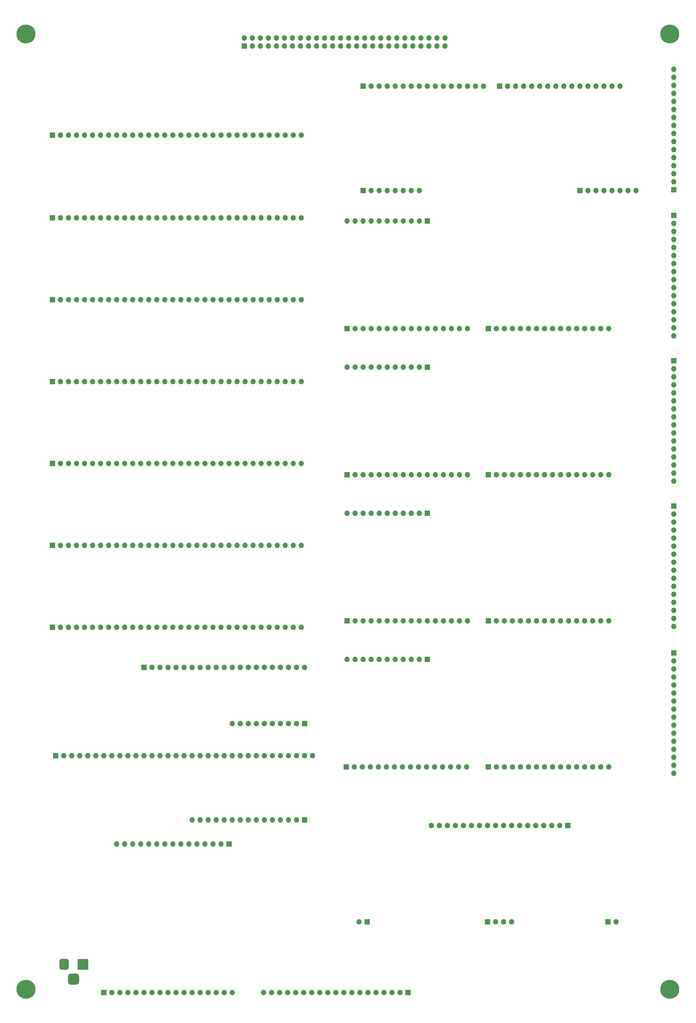
<source format=gbr>
%TF.GenerationSoftware,KiCad,Pcbnew,(5.1.10-1-10_14)*%
%TF.CreationDate,2021-11-23T13:55:23-05:00*%
%TF.ProjectId,FULL-assembly-backplane,46554c4c-2d61-4737-9365-6d626c792d62,rev?*%
%TF.SameCoordinates,Original*%
%TF.FileFunction,Soldermask,Top*%
%TF.FilePolarity,Negative*%
%FSLAX46Y46*%
G04 Gerber Fmt 4.6, Leading zero omitted, Abs format (unit mm)*
G04 Created by KiCad (PCBNEW (5.1.10-1-10_14)) date 2021-11-23 13:55:23*
%MOMM*%
%LPD*%
G01*
G04 APERTURE LIST*
%ADD10O,1.700000X1.700000*%
%ADD11R,1.700000X1.700000*%
%ADD12C,6.000000*%
%ADD13C,0.800000*%
%ADD14R,3.500000X3.500000*%
G04 APERTURE END LIST*
D10*
%TO.C,J38*%
X167640000Y-305308000D03*
X165100000Y-305308000D03*
X162560000Y-305308000D03*
X160020000Y-305308000D03*
X157480000Y-305308000D03*
X154940000Y-305308000D03*
X152400000Y-305308000D03*
X149860000Y-305308000D03*
X147320000Y-305308000D03*
X144780000Y-305308000D03*
X142240000Y-305308000D03*
X139700000Y-305308000D03*
X137160000Y-305308000D03*
X134620000Y-305308000D03*
X132080000Y-305308000D03*
X129540000Y-305308000D03*
D11*
X127000000Y-305308000D03*
%TD*%
D12*
%TO.C,REF\u002A\u002A*%
X306070000Y-2032000D03*
D13*
X308320000Y-2032000D03*
X307660990Y-3622990D03*
X306070000Y-4282000D03*
X304479010Y-3622990D03*
X303820000Y-2032000D03*
X304479010Y-441010D03*
X306070000Y218000D03*
X307660990Y-441010D03*
%TD*%
%TO.C,REF\u002A\u002A*%
X103952990Y-441010D03*
X102362000Y218000D03*
X100771010Y-441010D03*
X100112000Y-2032000D03*
X100771010Y-3622990D03*
X102362000Y-4282000D03*
X103952990Y-3622990D03*
X104612000Y-2032000D03*
D12*
X102362000Y-2032000D03*
%TD*%
%TO.C,REF\u002A\u002A*%
X102362000Y-304292000D03*
D13*
X104612000Y-304292000D03*
X103952990Y-305882990D03*
X102362000Y-306542000D03*
X100771010Y-305882990D03*
X100112000Y-304292000D03*
X100771010Y-302701010D03*
X102362000Y-302042000D03*
X103952990Y-302701010D03*
%TD*%
%TO.C,REF\u002A\u002A*%
X307660990Y-302701010D03*
X306070000Y-302042000D03*
X304479010Y-302701010D03*
X303820000Y-304292000D03*
X304479010Y-305882990D03*
X306070000Y-306542000D03*
X307660990Y-305882990D03*
X308320000Y-304292000D03*
D12*
X306070000Y-304292000D03*
%TD*%
D10*
%TO.C,J23*%
X177546000Y-305308000D03*
X180086000Y-305308000D03*
X182626000Y-305308000D03*
X185166000Y-305308000D03*
X187706000Y-305308000D03*
X190246000Y-305308000D03*
X192786000Y-305308000D03*
X195326000Y-305308000D03*
X197866000Y-305308000D03*
X200406000Y-305308000D03*
X202946000Y-305308000D03*
X205486000Y-305308000D03*
X208026000Y-305308000D03*
X210566000Y-305308000D03*
X213106000Y-305308000D03*
X215646000Y-305308000D03*
X218186000Y-305308000D03*
X220726000Y-305308000D03*
D11*
X223266000Y-305308000D03*
%TD*%
D10*
%TO.C,J42*%
X167640000Y-220218000D03*
X170180000Y-220218000D03*
X172720000Y-220218000D03*
X175260000Y-220218000D03*
X177800000Y-220218000D03*
X180340000Y-220218000D03*
X182880000Y-220218000D03*
X185420000Y-220218000D03*
X187960000Y-220218000D03*
D11*
X190500000Y-220218000D03*
%TD*%
D10*
%TO.C,J41*%
X154940000Y-250698000D03*
X157480000Y-250698000D03*
X160020000Y-250698000D03*
X162560000Y-250698000D03*
X165100000Y-250698000D03*
X167640000Y-250698000D03*
X170180000Y-250698000D03*
X172720000Y-250698000D03*
X175260000Y-250698000D03*
X177800000Y-250698000D03*
X180340000Y-250698000D03*
X182880000Y-250698000D03*
X185420000Y-250698000D03*
X187960000Y-250698000D03*
D11*
X190500000Y-250698000D03*
%TD*%
D10*
%TO.C,J24*%
X190500000Y-202438000D03*
X187960000Y-202438000D03*
X185420000Y-202438000D03*
X182880000Y-202438000D03*
X180340000Y-202438000D03*
X177800000Y-202438000D03*
X175260000Y-202438000D03*
X172720000Y-202438000D03*
X170180000Y-202438000D03*
X167640000Y-202438000D03*
X165100000Y-202438000D03*
X162560000Y-202438000D03*
X160020000Y-202438000D03*
X157480000Y-202438000D03*
X154940000Y-202438000D03*
X152400000Y-202438000D03*
X149860000Y-202438000D03*
X147320000Y-202438000D03*
X144780000Y-202438000D03*
X142240000Y-202438000D03*
D11*
X139700000Y-202438000D03*
%TD*%
D10*
%TO.C,J22*%
X131064000Y-258318000D03*
X133604000Y-258318000D03*
X136144000Y-258318000D03*
X138684000Y-258318000D03*
X141224000Y-258318000D03*
X143764000Y-258318000D03*
X146304000Y-258318000D03*
X148844000Y-258318000D03*
X151384000Y-258318000D03*
X153924000Y-258318000D03*
X156464000Y-258318000D03*
X159004000Y-258318000D03*
X161544000Y-258318000D03*
X164084000Y-258318000D03*
D11*
X166624000Y-258318000D03*
%TD*%
D10*
%TO.C,J31*%
X193040000Y-230378000D03*
X190500000Y-230378000D03*
X187960000Y-230378000D03*
X185420000Y-230378000D03*
X182880000Y-230378000D03*
X180340000Y-230378000D03*
X177800000Y-230378000D03*
X175260000Y-230378000D03*
X172720000Y-230378000D03*
X170180000Y-230378000D03*
X167640000Y-230378000D03*
X165100000Y-230378000D03*
X162560000Y-230378000D03*
X160020000Y-230378000D03*
X157480000Y-230378000D03*
X154940000Y-230378000D03*
X152400000Y-230378000D03*
X149860000Y-230378000D03*
X147320000Y-230378000D03*
X144780000Y-230378000D03*
X142240000Y-230378000D03*
X139700000Y-230378000D03*
X137160000Y-230378000D03*
X134620000Y-230378000D03*
X132080000Y-230378000D03*
X129540000Y-230378000D03*
X127000000Y-230378000D03*
X124460000Y-230378000D03*
X121920000Y-230378000D03*
X119380000Y-230378000D03*
X116840000Y-230378000D03*
X114300000Y-230378000D03*
D11*
X111760000Y-230378000D03*
%TD*%
%TO.C,J13*%
X203708000Y-233934000D03*
D10*
X206248000Y-233934000D03*
X208788000Y-233934000D03*
X211328000Y-233934000D03*
X213868000Y-233934000D03*
X216408000Y-233934000D03*
X218948000Y-233934000D03*
X221488000Y-233934000D03*
X224028000Y-233934000D03*
X226568000Y-233934000D03*
X229108000Y-233934000D03*
X231648000Y-233934000D03*
X234188000Y-233934000D03*
X236728000Y-233934000D03*
X239268000Y-233934000D03*
X241808000Y-233934000D03*
%TD*%
%TO.C,J43*%
G36*
G01*
X115646000Y-301993000D02*
X115646000Y-300243000D01*
G75*
G02*
X116521000Y-299368000I875000J0D01*
G01*
X118271000Y-299368000D01*
G75*
G02*
X119146000Y-300243000I0J-875000D01*
G01*
X119146000Y-301993000D01*
G75*
G02*
X118271000Y-302868000I-875000J0D01*
G01*
X116521000Y-302868000D01*
G75*
G02*
X115646000Y-301993000I0J875000D01*
G01*
G37*
G36*
G01*
X112896000Y-297418000D02*
X112896000Y-295418000D01*
G75*
G02*
X113646000Y-294668000I750000J0D01*
G01*
X115146000Y-294668000D01*
G75*
G02*
X115896000Y-295418000I0J-750000D01*
G01*
X115896000Y-297418000D01*
G75*
G02*
X115146000Y-298168000I-750000J0D01*
G01*
X113646000Y-298168000D01*
G75*
G02*
X112896000Y-297418000I0J750000D01*
G01*
G37*
D14*
X120396000Y-296418000D03*
%TD*%
D10*
%TO.C,J30*%
X289052000Y-282956000D03*
D11*
X286512000Y-282956000D03*
%TD*%
D10*
%TO.C,J29*%
X256032000Y-282956000D03*
X253492000Y-282956000D03*
X250952000Y-282956000D03*
D11*
X248412000Y-282956000D03*
%TD*%
D10*
%TO.C,J28*%
X230632000Y-252476000D03*
X233172000Y-252476000D03*
X235712000Y-252476000D03*
X238252000Y-252476000D03*
X240792000Y-252476000D03*
X243332000Y-252476000D03*
X245872000Y-252476000D03*
X248412000Y-252476000D03*
X250952000Y-252476000D03*
X253492000Y-252476000D03*
X256032000Y-252476000D03*
X258572000Y-252476000D03*
X261112000Y-252476000D03*
X263652000Y-252476000D03*
X266192000Y-252476000D03*
X268732000Y-252476000D03*
X271272000Y-252476000D03*
D11*
X273812000Y-252476000D03*
%TD*%
D10*
%TO.C,J27*%
X207772000Y-282956000D03*
D11*
X210312000Y-282956000D03*
%TD*%
D10*
%TO.C,J26*%
X189484000Y-189738000D03*
X186944000Y-189738000D03*
X184404000Y-189738000D03*
X181864000Y-189738000D03*
X179324000Y-189738000D03*
X176784000Y-189738000D03*
X174244000Y-189738000D03*
X171704000Y-189738000D03*
X169164000Y-189738000D03*
X166624000Y-189738000D03*
X164084000Y-189738000D03*
X161544000Y-189738000D03*
X159004000Y-189738000D03*
X156464000Y-189738000D03*
X153924000Y-189738000D03*
X151384000Y-189738000D03*
X148844000Y-189738000D03*
X146304000Y-189738000D03*
X143764000Y-189738000D03*
X141224000Y-189738000D03*
X138684000Y-189738000D03*
X136144000Y-189738000D03*
X133604000Y-189738000D03*
X131064000Y-189738000D03*
X128524000Y-189738000D03*
X125984000Y-189738000D03*
X123444000Y-189738000D03*
X120904000Y-189738000D03*
X118364000Y-189738000D03*
X115824000Y-189738000D03*
X113284000Y-189738000D03*
D11*
X110744000Y-189738000D03*
%TD*%
D10*
%TO.C,J25*%
X189484000Y-163830000D03*
X186944000Y-163830000D03*
X184404000Y-163830000D03*
X181864000Y-163830000D03*
X179324000Y-163830000D03*
X176784000Y-163830000D03*
X174244000Y-163830000D03*
X171704000Y-163830000D03*
X169164000Y-163830000D03*
X166624000Y-163830000D03*
X164084000Y-163830000D03*
X161544000Y-163830000D03*
X159004000Y-163830000D03*
X156464000Y-163830000D03*
X153924000Y-163830000D03*
X151384000Y-163830000D03*
X148844000Y-163830000D03*
X146304000Y-163830000D03*
X143764000Y-163830000D03*
X141224000Y-163830000D03*
X138684000Y-163830000D03*
X136144000Y-163830000D03*
X133604000Y-163830000D03*
X131064000Y-163830000D03*
X128524000Y-163830000D03*
X125984000Y-163830000D03*
X123444000Y-163830000D03*
X120904000Y-163830000D03*
X118364000Y-163830000D03*
X115824000Y-163830000D03*
X113284000Y-163830000D03*
D11*
X110744000Y-163830000D03*
%TD*%
D10*
%TO.C,J21*%
X203962000Y-199898000D03*
X206502000Y-199898000D03*
X209042000Y-199898000D03*
X211582000Y-199898000D03*
X214122000Y-199898000D03*
X216662000Y-199898000D03*
X219202000Y-199898000D03*
X221742000Y-199898000D03*
X224282000Y-199898000D03*
X226822000Y-199898000D03*
D11*
X229362000Y-199898000D03*
%TD*%
D10*
%TO.C,J20*%
X203962000Y-107442000D03*
X206502000Y-107442000D03*
X209042000Y-107442000D03*
X211582000Y-107442000D03*
X214122000Y-107442000D03*
X216662000Y-107442000D03*
X219202000Y-107442000D03*
X221742000Y-107442000D03*
X224282000Y-107442000D03*
X226822000Y-107442000D03*
D11*
X229362000Y-107442000D03*
%TD*%
D10*
%TO.C,J19*%
X203962000Y-153670000D03*
X206502000Y-153670000D03*
X209042000Y-153670000D03*
X211582000Y-153670000D03*
X214122000Y-153670000D03*
X216662000Y-153670000D03*
X219202000Y-153670000D03*
X221742000Y-153670000D03*
X224282000Y-153670000D03*
X226822000Y-153670000D03*
D11*
X229362000Y-153670000D03*
%TD*%
D10*
%TO.C,J18*%
X203962000Y-61214000D03*
X206502000Y-61214000D03*
X209042000Y-61214000D03*
X211582000Y-61214000D03*
X214122000Y-61214000D03*
X216662000Y-61214000D03*
X219202000Y-61214000D03*
X221742000Y-61214000D03*
X224282000Y-61214000D03*
X226822000Y-61214000D03*
D11*
X229362000Y-61214000D03*
%TD*%
D10*
%TO.C,J17*%
X307340000Y-143510000D03*
X307340000Y-140970000D03*
X307340000Y-138430000D03*
X307340000Y-135890000D03*
X307340000Y-133350000D03*
X307340000Y-130810000D03*
X307340000Y-128270000D03*
X307340000Y-125730000D03*
X307340000Y-123190000D03*
X307340000Y-120650000D03*
X307340000Y-118110000D03*
X307340000Y-115570000D03*
X307340000Y-113030000D03*
X307340000Y-110490000D03*
X307340000Y-107950000D03*
D11*
X307340000Y-105410000D03*
%TD*%
D10*
%TO.C,J16*%
X242062000Y-141478000D03*
X239522000Y-141478000D03*
X236982000Y-141478000D03*
X234442000Y-141478000D03*
X231902000Y-141478000D03*
X229362000Y-141478000D03*
X226822000Y-141478000D03*
X224282000Y-141478000D03*
X221742000Y-141478000D03*
X219202000Y-141478000D03*
X216662000Y-141478000D03*
X214122000Y-141478000D03*
X211582000Y-141478000D03*
X209042000Y-141478000D03*
X206502000Y-141478000D03*
D11*
X203962000Y-141478000D03*
%TD*%
D10*
%TO.C,J15*%
X286766000Y-141478000D03*
X284226000Y-141478000D03*
X281686000Y-141478000D03*
X279146000Y-141478000D03*
X276606000Y-141478000D03*
X274066000Y-141478000D03*
X271526000Y-141478000D03*
X268986000Y-141478000D03*
X266446000Y-141478000D03*
X263906000Y-141478000D03*
X261366000Y-141478000D03*
X258826000Y-141478000D03*
X256286000Y-141478000D03*
X253746000Y-141478000D03*
X251206000Y-141478000D03*
D11*
X248666000Y-141478000D03*
%TD*%
D10*
%TO.C,J14*%
X307340000Y-235966000D03*
X307340000Y-233426000D03*
X307340000Y-230886000D03*
X307340000Y-228346000D03*
X307340000Y-225806000D03*
X307340000Y-223266000D03*
X307340000Y-220726000D03*
X307340000Y-218186000D03*
X307340000Y-215646000D03*
X307340000Y-213106000D03*
X307340000Y-210566000D03*
X307340000Y-208026000D03*
X307340000Y-205486000D03*
X307340000Y-202946000D03*
X307340000Y-200406000D03*
D11*
X307340000Y-197866000D03*
%TD*%
D10*
%TO.C,J12*%
X286766000Y-233934000D03*
X284226000Y-233934000D03*
X281686000Y-233934000D03*
X279146000Y-233934000D03*
X276606000Y-233934000D03*
X274066000Y-233934000D03*
X271526000Y-233934000D03*
X268986000Y-233934000D03*
X266446000Y-233934000D03*
X263906000Y-233934000D03*
X261366000Y-233934000D03*
X258826000Y-233934000D03*
X256286000Y-233934000D03*
X253746000Y-233934000D03*
X251206000Y-233934000D03*
D11*
X248666000Y-233934000D03*
%TD*%
D10*
%TO.C,J11*%
X307340000Y-189484000D03*
X307340000Y-186944000D03*
X307340000Y-184404000D03*
X307340000Y-181864000D03*
X307340000Y-179324000D03*
X307340000Y-176784000D03*
X307340000Y-174244000D03*
X307340000Y-171704000D03*
X307340000Y-169164000D03*
X307340000Y-166624000D03*
X307340000Y-164084000D03*
X307340000Y-161544000D03*
X307340000Y-159004000D03*
X307340000Y-156464000D03*
X307340000Y-153924000D03*
D11*
X307340000Y-151384000D03*
%TD*%
D10*
%TO.C,J10*%
X242062000Y-187706000D03*
X239522000Y-187706000D03*
X236982000Y-187706000D03*
X234442000Y-187706000D03*
X231902000Y-187706000D03*
X229362000Y-187706000D03*
X226822000Y-187706000D03*
X224282000Y-187706000D03*
X221742000Y-187706000D03*
X219202000Y-187706000D03*
X216662000Y-187706000D03*
X214122000Y-187706000D03*
X211582000Y-187706000D03*
X209042000Y-187706000D03*
X206502000Y-187706000D03*
D11*
X203962000Y-187706000D03*
%TD*%
D10*
%TO.C,J9*%
X286766000Y-187706000D03*
X284226000Y-187706000D03*
X281686000Y-187706000D03*
X279146000Y-187706000D03*
X276606000Y-187706000D03*
X274066000Y-187706000D03*
X271526000Y-187706000D03*
X268986000Y-187706000D03*
X266446000Y-187706000D03*
X263906000Y-187706000D03*
X261366000Y-187706000D03*
X258826000Y-187706000D03*
X256286000Y-187706000D03*
X253746000Y-187706000D03*
X251206000Y-187706000D03*
D11*
X248666000Y-187706000D03*
%TD*%
D10*
%TO.C,J8*%
X307340000Y-97536000D03*
X307340000Y-94996000D03*
X307340000Y-92456000D03*
X307340000Y-89916000D03*
X307340000Y-87376000D03*
X307340000Y-84836000D03*
X307340000Y-82296000D03*
X307340000Y-79756000D03*
X307340000Y-77216000D03*
X307340000Y-74676000D03*
X307340000Y-72136000D03*
X307340000Y-69596000D03*
X307340000Y-67056000D03*
X307340000Y-64516000D03*
X307340000Y-61976000D03*
D11*
X307340000Y-59436000D03*
%TD*%
D10*
%TO.C,J7*%
X242062000Y-95250000D03*
X239522000Y-95250000D03*
X236982000Y-95250000D03*
X234442000Y-95250000D03*
X231902000Y-95250000D03*
X229362000Y-95250000D03*
X226822000Y-95250000D03*
X224282000Y-95250000D03*
X221742000Y-95250000D03*
X219202000Y-95250000D03*
X216662000Y-95250000D03*
X214122000Y-95250000D03*
X211582000Y-95250000D03*
X209042000Y-95250000D03*
X206502000Y-95250000D03*
D11*
X203962000Y-95250000D03*
%TD*%
D10*
%TO.C,J6*%
X286766000Y-95250000D03*
X284226000Y-95250000D03*
X281686000Y-95250000D03*
X279146000Y-95250000D03*
X276606000Y-95250000D03*
X274066000Y-95250000D03*
X271526000Y-95250000D03*
X268986000Y-95250000D03*
X266446000Y-95250000D03*
X263906000Y-95250000D03*
X261366000Y-95250000D03*
X258826000Y-95250000D03*
X256286000Y-95250000D03*
X253746000Y-95250000D03*
X251206000Y-95250000D03*
D11*
X248666000Y-95250000D03*
%TD*%
D10*
%TO.C,J5*%
X307340000Y-13208000D03*
X307340000Y-15748000D03*
X307340000Y-18288000D03*
X307340000Y-20828000D03*
X307340000Y-23368000D03*
X307340000Y-25908000D03*
X307340000Y-28448000D03*
X307340000Y-30988000D03*
X307340000Y-33528000D03*
X307340000Y-36068000D03*
X307340000Y-38608000D03*
X307340000Y-41148000D03*
X307340000Y-43688000D03*
X307340000Y-46228000D03*
X307340000Y-48768000D03*
D11*
X307340000Y-51308000D03*
%TD*%
D10*
%TO.C,J4*%
X295402000Y-51562000D03*
X292862000Y-51562000D03*
X290322000Y-51562000D03*
X287782000Y-51562000D03*
X285242000Y-51562000D03*
X282702000Y-51562000D03*
X280162000Y-51562000D03*
D11*
X277622000Y-51562000D03*
%TD*%
D10*
%TO.C,J3*%
X226822000Y-51562000D03*
X224282000Y-51562000D03*
X221742000Y-51562000D03*
X219202000Y-51562000D03*
X216662000Y-51562000D03*
X214122000Y-51562000D03*
X211582000Y-51562000D03*
D11*
X209042000Y-51562000D03*
%TD*%
D10*
%TO.C,J2*%
X290322000Y-18542000D03*
X287782000Y-18542000D03*
X285242000Y-18542000D03*
X282702000Y-18542000D03*
X280162000Y-18542000D03*
X277622000Y-18542000D03*
X275082000Y-18542000D03*
X272542000Y-18542000D03*
X270002000Y-18542000D03*
X267462000Y-18542000D03*
X264922000Y-18542000D03*
X262382000Y-18542000D03*
X259842000Y-18542000D03*
X257302000Y-18542000D03*
X254762000Y-18542000D03*
D11*
X252222000Y-18542000D03*
%TD*%
D10*
%TO.C,J1*%
X247142000Y-18542000D03*
X244602000Y-18542000D03*
X242062000Y-18542000D03*
X239522000Y-18542000D03*
X236982000Y-18542000D03*
X234442000Y-18542000D03*
X231902000Y-18542000D03*
X229362000Y-18542000D03*
X226822000Y-18542000D03*
X224282000Y-18542000D03*
X221742000Y-18542000D03*
X219202000Y-18542000D03*
X216662000Y-18542000D03*
X214122000Y-18542000D03*
X211582000Y-18542000D03*
D11*
X209042000Y-18542000D03*
%TD*%
D10*
%TO.C,J37*%
X234950000Y-3302000D03*
X234950000Y-5842000D03*
X232410000Y-3302000D03*
X232410000Y-5842000D03*
X229870000Y-3302000D03*
X229870000Y-5842000D03*
X227330000Y-3302000D03*
X227330000Y-5842000D03*
X224790000Y-3302000D03*
X224790000Y-5842000D03*
X222250000Y-3302000D03*
X222250000Y-5842000D03*
X219710000Y-3302000D03*
X219710000Y-5842000D03*
X217170000Y-3302000D03*
X217170000Y-5842000D03*
X214630000Y-3302000D03*
X214630000Y-5842000D03*
X212090000Y-3302000D03*
X212090000Y-5842000D03*
X209550000Y-3302000D03*
X209550000Y-5842000D03*
X207010000Y-3302000D03*
X207010000Y-5842000D03*
X204470000Y-3302000D03*
X204470000Y-5842000D03*
X201930000Y-3302000D03*
X201930000Y-5842000D03*
X199390000Y-3302000D03*
X199390000Y-5842000D03*
X196850000Y-3302000D03*
X196850000Y-5842000D03*
X194310000Y-3302000D03*
X194310000Y-5842000D03*
X191770000Y-3302000D03*
X191770000Y-5842000D03*
X189230000Y-3302000D03*
X189230000Y-5842000D03*
X186690000Y-3302000D03*
X186690000Y-5842000D03*
X184150000Y-3302000D03*
X184150000Y-5842000D03*
X181610000Y-3302000D03*
X181610000Y-5842000D03*
X179070000Y-3302000D03*
X179070000Y-5842000D03*
X176530000Y-3302000D03*
X176530000Y-5842000D03*
X173990000Y-3302000D03*
X173990000Y-5842000D03*
X171450000Y-3302000D03*
D11*
X171450000Y-5842000D03*
%TD*%
%TO.C,J33*%
X110744000Y-60198000D03*
D10*
X113284000Y-60198000D03*
X115824000Y-60198000D03*
X118364000Y-60198000D03*
X120904000Y-60198000D03*
X123444000Y-60198000D03*
X125984000Y-60198000D03*
X128524000Y-60198000D03*
X131064000Y-60198000D03*
X133604000Y-60198000D03*
X136144000Y-60198000D03*
X138684000Y-60198000D03*
X141224000Y-60198000D03*
X143764000Y-60198000D03*
X146304000Y-60198000D03*
X148844000Y-60198000D03*
X151384000Y-60198000D03*
X153924000Y-60198000D03*
X156464000Y-60198000D03*
X159004000Y-60198000D03*
X161544000Y-60198000D03*
X164084000Y-60198000D03*
X166624000Y-60198000D03*
X169164000Y-60198000D03*
X171704000Y-60198000D03*
X174244000Y-60198000D03*
X176784000Y-60198000D03*
X179324000Y-60198000D03*
X181864000Y-60198000D03*
X184404000Y-60198000D03*
X186944000Y-60198000D03*
X189484000Y-60198000D03*
%TD*%
D11*
%TO.C,J35*%
X110744000Y-112014000D03*
D10*
X113284000Y-112014000D03*
X115824000Y-112014000D03*
X118364000Y-112014000D03*
X120904000Y-112014000D03*
X123444000Y-112014000D03*
X125984000Y-112014000D03*
X128524000Y-112014000D03*
X131064000Y-112014000D03*
X133604000Y-112014000D03*
X136144000Y-112014000D03*
X138684000Y-112014000D03*
X141224000Y-112014000D03*
X143764000Y-112014000D03*
X146304000Y-112014000D03*
X148844000Y-112014000D03*
X151384000Y-112014000D03*
X153924000Y-112014000D03*
X156464000Y-112014000D03*
X159004000Y-112014000D03*
X161544000Y-112014000D03*
X164084000Y-112014000D03*
X166624000Y-112014000D03*
X169164000Y-112014000D03*
X171704000Y-112014000D03*
X174244000Y-112014000D03*
X176784000Y-112014000D03*
X179324000Y-112014000D03*
X181864000Y-112014000D03*
X184404000Y-112014000D03*
X186944000Y-112014000D03*
X189484000Y-112014000D03*
%TD*%
D11*
%TO.C,J34*%
X110744000Y-86106000D03*
D10*
X113284000Y-86106000D03*
X115824000Y-86106000D03*
X118364000Y-86106000D03*
X120904000Y-86106000D03*
X123444000Y-86106000D03*
X125984000Y-86106000D03*
X128524000Y-86106000D03*
X131064000Y-86106000D03*
X133604000Y-86106000D03*
X136144000Y-86106000D03*
X138684000Y-86106000D03*
X141224000Y-86106000D03*
X143764000Y-86106000D03*
X146304000Y-86106000D03*
X148844000Y-86106000D03*
X151384000Y-86106000D03*
X153924000Y-86106000D03*
X156464000Y-86106000D03*
X159004000Y-86106000D03*
X161544000Y-86106000D03*
X164084000Y-86106000D03*
X166624000Y-86106000D03*
X169164000Y-86106000D03*
X171704000Y-86106000D03*
X174244000Y-86106000D03*
X176784000Y-86106000D03*
X179324000Y-86106000D03*
X181864000Y-86106000D03*
X184404000Y-86106000D03*
X186944000Y-86106000D03*
X189484000Y-86106000D03*
%TD*%
D11*
%TO.C,J36*%
X110744000Y-137922000D03*
D10*
X113284000Y-137922000D03*
X115824000Y-137922000D03*
X118364000Y-137922000D03*
X120904000Y-137922000D03*
X123444000Y-137922000D03*
X125984000Y-137922000D03*
X128524000Y-137922000D03*
X131064000Y-137922000D03*
X133604000Y-137922000D03*
X136144000Y-137922000D03*
X138684000Y-137922000D03*
X141224000Y-137922000D03*
X143764000Y-137922000D03*
X146304000Y-137922000D03*
X148844000Y-137922000D03*
X151384000Y-137922000D03*
X153924000Y-137922000D03*
X156464000Y-137922000D03*
X159004000Y-137922000D03*
X161544000Y-137922000D03*
X164084000Y-137922000D03*
X166624000Y-137922000D03*
X169164000Y-137922000D03*
X171704000Y-137922000D03*
X174244000Y-137922000D03*
X176784000Y-137922000D03*
X179324000Y-137922000D03*
X181864000Y-137922000D03*
X184404000Y-137922000D03*
X186944000Y-137922000D03*
X189484000Y-137922000D03*
%TD*%
D11*
%TO.C,J32*%
X110744000Y-34036000D03*
D10*
X113284000Y-34036000D03*
X115824000Y-34036000D03*
X118364000Y-34036000D03*
X120904000Y-34036000D03*
X123444000Y-34036000D03*
X125984000Y-34036000D03*
X128524000Y-34036000D03*
X131064000Y-34036000D03*
X133604000Y-34036000D03*
X136144000Y-34036000D03*
X138684000Y-34036000D03*
X141224000Y-34036000D03*
X143764000Y-34036000D03*
X146304000Y-34036000D03*
X148844000Y-34036000D03*
X151384000Y-34036000D03*
X153924000Y-34036000D03*
X156464000Y-34036000D03*
X159004000Y-34036000D03*
X161544000Y-34036000D03*
X164084000Y-34036000D03*
X166624000Y-34036000D03*
X169164000Y-34036000D03*
X171704000Y-34036000D03*
X174244000Y-34036000D03*
X176784000Y-34036000D03*
X179324000Y-34036000D03*
X181864000Y-34036000D03*
X184404000Y-34036000D03*
X186944000Y-34036000D03*
X189484000Y-34036000D03*
%TD*%
M02*

</source>
